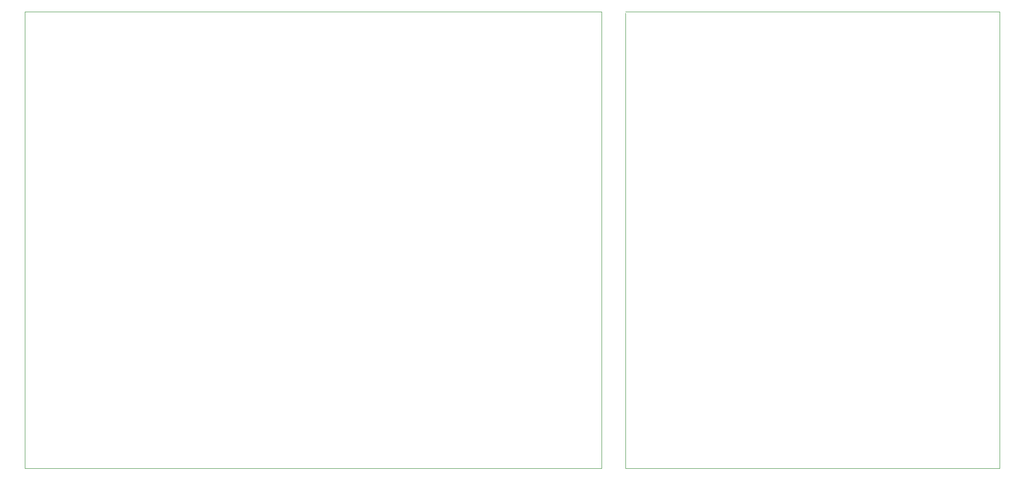
<source format=gbr>
%TF.GenerationSoftware,KiCad,Pcbnew,4.0.5+dfsg1-4*%
%TF.CreationDate,2018-12-31T14:04:09+01:00*%
%TF.ProjectId,HotAirGun,486F7441697247756E2E6B696361645F,rev?*%
%TF.FileFunction,Profile,NP*%
%FSLAX46Y46*%
G04 Gerber Fmt 4.6, Leading zero omitted, Abs format (unit mm)*
G04 Created by KiCad (PCBNEW 4.0.5+dfsg1-4) date Mon Dec 31 14:04:09 2018*
%MOMM*%
%LPD*%
G01*
G04 APERTURE LIST*
%ADD10C,0.100000*%
G04 APERTURE END LIST*
D10*
X163322000Y-56134000D02*
X230886000Y-56134000D01*
X230886000Y-138684000D02*
X230886000Y-56134000D01*
X163322000Y-138684000D02*
X230886000Y-138684000D01*
X163322000Y-56388000D02*
X163322000Y-138684000D01*
X54864000Y-138684000D02*
X54864000Y-56134000D01*
X159004000Y-138684000D02*
X54864000Y-138684000D01*
X159004000Y-56134000D02*
X159004000Y-138684000D01*
X159004000Y-56134000D02*
X54864000Y-56134000D01*
M02*

</source>
